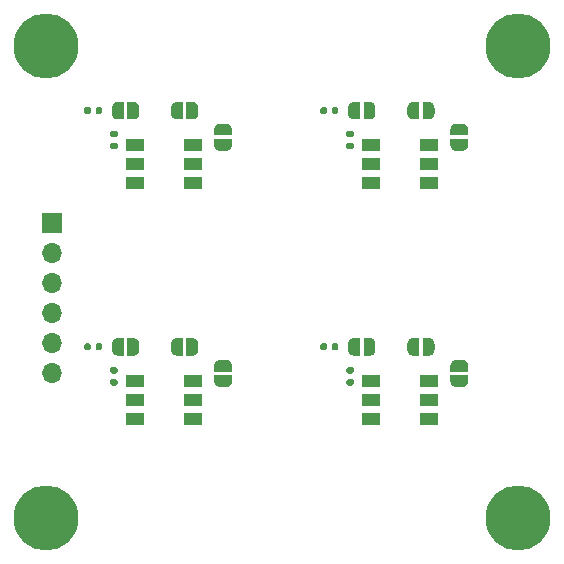
<source format=gts>
G04 #@! TF.GenerationSoftware,KiCad,Pcbnew,5.1.9+dfsg1-1~bpo10+1*
G04 #@! TF.CreationDate,2021-09-26T19:14:29+00:00*
G04 #@! TF.ProjectId,ws2813-breakout,77733238-3133-42d6-9272-65616b6f7574,rev?*
G04 #@! TF.SameCoordinates,Original*
G04 #@! TF.FileFunction,Soldermask,Top*
G04 #@! TF.FilePolarity,Negative*
%FSLAX46Y46*%
G04 Gerber Fmt 4.6, Leading zero omitted, Abs format (unit mm)*
G04 Created by KiCad (PCBNEW 5.1.9+dfsg1-1~bpo10+1) date 2021-09-26 19:14:29*
%MOMM*%
%LPD*%
G01*
G04 APERTURE LIST*
%ADD10R,1.500000X1.000000*%
%ADD11R,1.700000X1.700000*%
%ADD12O,1.700000X1.700000*%
%ADD13C,0.100000*%
%ADD14C,5.500000*%
G04 APERTURE END LIST*
G36*
G01*
X109200000Y-110670000D02*
X109200000Y-110330000D01*
G75*
G02*
X109340000Y-110190000I140000J0D01*
G01*
X109620000Y-110190000D01*
G75*
G02*
X109760000Y-110330000I0J-140000D01*
G01*
X109760000Y-110670000D01*
G75*
G02*
X109620000Y-110810000I-140000J0D01*
G01*
X109340000Y-110810000D01*
G75*
G02*
X109200000Y-110670000I0J140000D01*
G01*
G37*
G36*
G01*
X108240000Y-110670000D02*
X108240000Y-110330000D01*
G75*
G02*
X108380000Y-110190000I140000J0D01*
G01*
X108660000Y-110190000D01*
G75*
G02*
X108800000Y-110330000I0J-140000D01*
G01*
X108800000Y-110670000D01*
G75*
G02*
X108660000Y-110810000I-140000J0D01*
G01*
X108380000Y-110810000D01*
G75*
G02*
X108240000Y-110670000I0J140000D01*
G01*
G37*
G36*
G01*
X128240000Y-110670000D02*
X128240000Y-110330000D01*
G75*
G02*
X128380000Y-110190000I140000J0D01*
G01*
X128660000Y-110190000D01*
G75*
G02*
X128800000Y-110330000I0J-140000D01*
G01*
X128800000Y-110670000D01*
G75*
G02*
X128660000Y-110810000I-140000J0D01*
G01*
X128380000Y-110810000D01*
G75*
G02*
X128240000Y-110670000I0J140000D01*
G01*
G37*
G36*
G01*
X129200000Y-110670000D02*
X129200000Y-110330000D01*
G75*
G02*
X129340000Y-110190000I140000J0D01*
G01*
X129620000Y-110190000D01*
G75*
G02*
X129760000Y-110330000I0J-140000D01*
G01*
X129760000Y-110670000D01*
G75*
G02*
X129620000Y-110810000I-140000J0D01*
G01*
X129340000Y-110810000D01*
G75*
G02*
X129200000Y-110670000I0J140000D01*
G01*
G37*
G36*
G01*
X108240000Y-130670000D02*
X108240000Y-130330000D01*
G75*
G02*
X108380000Y-130190000I140000J0D01*
G01*
X108660000Y-130190000D01*
G75*
G02*
X108800000Y-130330000I0J-140000D01*
G01*
X108800000Y-130670000D01*
G75*
G02*
X108660000Y-130810000I-140000J0D01*
G01*
X108380000Y-130810000D01*
G75*
G02*
X108240000Y-130670000I0J140000D01*
G01*
G37*
G36*
G01*
X109200000Y-130670000D02*
X109200000Y-130330000D01*
G75*
G02*
X109340000Y-130190000I140000J0D01*
G01*
X109620000Y-130190000D01*
G75*
G02*
X109760000Y-130330000I0J-140000D01*
G01*
X109760000Y-130670000D01*
G75*
G02*
X109620000Y-130810000I-140000J0D01*
G01*
X109340000Y-130810000D01*
G75*
G02*
X109200000Y-130670000I0J140000D01*
G01*
G37*
G36*
G01*
X129200000Y-130670000D02*
X129200000Y-130330000D01*
G75*
G02*
X129340000Y-130190000I140000J0D01*
G01*
X129620000Y-130190000D01*
G75*
G02*
X129760000Y-130330000I0J-140000D01*
G01*
X129760000Y-130670000D01*
G75*
G02*
X129620000Y-130810000I-140000J0D01*
G01*
X129340000Y-130810000D01*
G75*
G02*
X129200000Y-130670000I0J140000D01*
G01*
G37*
G36*
G01*
X128240000Y-130670000D02*
X128240000Y-130330000D01*
G75*
G02*
X128380000Y-130190000I140000J0D01*
G01*
X128660000Y-130190000D01*
G75*
G02*
X128800000Y-130330000I0J-140000D01*
G01*
X128800000Y-130670000D01*
G75*
G02*
X128660000Y-130810000I-140000J0D01*
G01*
X128380000Y-130810000D01*
G75*
G02*
X128240000Y-130670000I0J140000D01*
G01*
G37*
D10*
X112550000Y-113400000D03*
X112550000Y-115000000D03*
X112550000Y-116600000D03*
X117450000Y-113400000D03*
X117450000Y-115000000D03*
X117450000Y-116600000D03*
X137450000Y-116600000D03*
X137450000Y-115000000D03*
X137450000Y-113400000D03*
X132550000Y-116600000D03*
X132550000Y-115000000D03*
X132550000Y-113400000D03*
X112550000Y-133400000D03*
X112550000Y-135000000D03*
X112550000Y-136600000D03*
X117450000Y-133400000D03*
X117450000Y-135000000D03*
X117450000Y-136600000D03*
X137450000Y-136600000D03*
X137450000Y-135000000D03*
X137450000Y-133400000D03*
X132550000Y-136600000D03*
X132550000Y-135000000D03*
X132550000Y-133400000D03*
D11*
X105500000Y-120000000D03*
D12*
X105500000Y-122540000D03*
X105500000Y-125080000D03*
X105500000Y-127620000D03*
X105500000Y-130160000D03*
X105500000Y-132700000D03*
D13*
G36*
X112400000Y-109750602D02*
G01*
X112424534Y-109750602D01*
X112473365Y-109755412D01*
X112521490Y-109764984D01*
X112568445Y-109779228D01*
X112613778Y-109798005D01*
X112657051Y-109821136D01*
X112697850Y-109848396D01*
X112735779Y-109879524D01*
X112770476Y-109914221D01*
X112801604Y-109952150D01*
X112828864Y-109992949D01*
X112851995Y-110036222D01*
X112870772Y-110081555D01*
X112885016Y-110128510D01*
X112894588Y-110176635D01*
X112899398Y-110225466D01*
X112899398Y-110250000D01*
X112900000Y-110250000D01*
X112900000Y-110750000D01*
X112899398Y-110750000D01*
X112899398Y-110774534D01*
X112894588Y-110823365D01*
X112885016Y-110871490D01*
X112870772Y-110918445D01*
X112851995Y-110963778D01*
X112828864Y-111007051D01*
X112801604Y-111047850D01*
X112770476Y-111085779D01*
X112735779Y-111120476D01*
X112697850Y-111151604D01*
X112657051Y-111178864D01*
X112613778Y-111201995D01*
X112568445Y-111220772D01*
X112521490Y-111235016D01*
X112473365Y-111244588D01*
X112424534Y-111249398D01*
X112400000Y-111249398D01*
X112400000Y-111250000D01*
X111900000Y-111250000D01*
X111900000Y-109750000D01*
X112400000Y-109750000D01*
X112400000Y-109750602D01*
G37*
G36*
X111600000Y-111250000D02*
G01*
X111100000Y-111250000D01*
X111100000Y-111249398D01*
X111075466Y-111249398D01*
X111026635Y-111244588D01*
X110978510Y-111235016D01*
X110931555Y-111220772D01*
X110886222Y-111201995D01*
X110842949Y-111178864D01*
X110802150Y-111151604D01*
X110764221Y-111120476D01*
X110729524Y-111085779D01*
X110698396Y-111047850D01*
X110671136Y-111007051D01*
X110648005Y-110963778D01*
X110629228Y-110918445D01*
X110614984Y-110871490D01*
X110605412Y-110823365D01*
X110600602Y-110774534D01*
X110600602Y-110750000D01*
X110600000Y-110750000D01*
X110600000Y-110250000D01*
X110600602Y-110250000D01*
X110600602Y-110225466D01*
X110605412Y-110176635D01*
X110614984Y-110128510D01*
X110629228Y-110081555D01*
X110648005Y-110036222D01*
X110671136Y-109992949D01*
X110698396Y-109952150D01*
X110729524Y-109914221D01*
X110764221Y-109879524D01*
X110802150Y-109848396D01*
X110842949Y-109821136D01*
X110886222Y-109798005D01*
X110931555Y-109779228D01*
X110978510Y-109764984D01*
X111026635Y-109755412D01*
X111075466Y-109750602D01*
X111100000Y-109750602D01*
X111100000Y-109750000D01*
X111600000Y-109750000D01*
X111600000Y-111250000D01*
G37*
G36*
X131600000Y-111250000D02*
G01*
X131100000Y-111250000D01*
X131100000Y-111249398D01*
X131075466Y-111249398D01*
X131026635Y-111244588D01*
X130978510Y-111235016D01*
X130931555Y-111220772D01*
X130886222Y-111201995D01*
X130842949Y-111178864D01*
X130802150Y-111151604D01*
X130764221Y-111120476D01*
X130729524Y-111085779D01*
X130698396Y-111047850D01*
X130671136Y-111007051D01*
X130648005Y-110963778D01*
X130629228Y-110918445D01*
X130614984Y-110871490D01*
X130605412Y-110823365D01*
X130600602Y-110774534D01*
X130600602Y-110750000D01*
X130600000Y-110750000D01*
X130600000Y-110250000D01*
X130600602Y-110250000D01*
X130600602Y-110225466D01*
X130605412Y-110176635D01*
X130614984Y-110128510D01*
X130629228Y-110081555D01*
X130648005Y-110036222D01*
X130671136Y-109992949D01*
X130698396Y-109952150D01*
X130729524Y-109914221D01*
X130764221Y-109879524D01*
X130802150Y-109848396D01*
X130842949Y-109821136D01*
X130886222Y-109798005D01*
X130931555Y-109779228D01*
X130978510Y-109764984D01*
X131026635Y-109755412D01*
X131075466Y-109750602D01*
X131100000Y-109750602D01*
X131100000Y-109750000D01*
X131600000Y-109750000D01*
X131600000Y-111250000D01*
G37*
G36*
X132400000Y-109750602D02*
G01*
X132424534Y-109750602D01*
X132473365Y-109755412D01*
X132521490Y-109764984D01*
X132568445Y-109779228D01*
X132613778Y-109798005D01*
X132657051Y-109821136D01*
X132697850Y-109848396D01*
X132735779Y-109879524D01*
X132770476Y-109914221D01*
X132801604Y-109952150D01*
X132828864Y-109992949D01*
X132851995Y-110036222D01*
X132870772Y-110081555D01*
X132885016Y-110128510D01*
X132894588Y-110176635D01*
X132899398Y-110225466D01*
X132899398Y-110250000D01*
X132900000Y-110250000D01*
X132900000Y-110750000D01*
X132899398Y-110750000D01*
X132899398Y-110774534D01*
X132894588Y-110823365D01*
X132885016Y-110871490D01*
X132870772Y-110918445D01*
X132851995Y-110963778D01*
X132828864Y-111007051D01*
X132801604Y-111047850D01*
X132770476Y-111085779D01*
X132735779Y-111120476D01*
X132697850Y-111151604D01*
X132657051Y-111178864D01*
X132613778Y-111201995D01*
X132568445Y-111220772D01*
X132521490Y-111235016D01*
X132473365Y-111244588D01*
X132424534Y-111249398D01*
X132400000Y-111249398D01*
X132400000Y-111250000D01*
X131900000Y-111250000D01*
X131900000Y-109750000D01*
X132400000Y-109750000D01*
X132400000Y-109750602D01*
G37*
G36*
X112400000Y-129750602D02*
G01*
X112424534Y-129750602D01*
X112473365Y-129755412D01*
X112521490Y-129764984D01*
X112568445Y-129779228D01*
X112613778Y-129798005D01*
X112657051Y-129821136D01*
X112697850Y-129848396D01*
X112735779Y-129879524D01*
X112770476Y-129914221D01*
X112801604Y-129952150D01*
X112828864Y-129992949D01*
X112851995Y-130036222D01*
X112870772Y-130081555D01*
X112885016Y-130128510D01*
X112894588Y-130176635D01*
X112899398Y-130225466D01*
X112899398Y-130250000D01*
X112900000Y-130250000D01*
X112900000Y-130750000D01*
X112899398Y-130750000D01*
X112899398Y-130774534D01*
X112894588Y-130823365D01*
X112885016Y-130871490D01*
X112870772Y-130918445D01*
X112851995Y-130963778D01*
X112828864Y-131007051D01*
X112801604Y-131047850D01*
X112770476Y-131085779D01*
X112735779Y-131120476D01*
X112697850Y-131151604D01*
X112657051Y-131178864D01*
X112613778Y-131201995D01*
X112568445Y-131220772D01*
X112521490Y-131235016D01*
X112473365Y-131244588D01*
X112424534Y-131249398D01*
X112400000Y-131249398D01*
X112400000Y-131250000D01*
X111900000Y-131250000D01*
X111900000Y-129750000D01*
X112400000Y-129750000D01*
X112400000Y-129750602D01*
G37*
G36*
X111600000Y-131250000D02*
G01*
X111100000Y-131250000D01*
X111100000Y-131249398D01*
X111075466Y-131249398D01*
X111026635Y-131244588D01*
X110978510Y-131235016D01*
X110931555Y-131220772D01*
X110886222Y-131201995D01*
X110842949Y-131178864D01*
X110802150Y-131151604D01*
X110764221Y-131120476D01*
X110729524Y-131085779D01*
X110698396Y-131047850D01*
X110671136Y-131007051D01*
X110648005Y-130963778D01*
X110629228Y-130918445D01*
X110614984Y-130871490D01*
X110605412Y-130823365D01*
X110600602Y-130774534D01*
X110600602Y-130750000D01*
X110600000Y-130750000D01*
X110600000Y-130250000D01*
X110600602Y-130250000D01*
X110600602Y-130225466D01*
X110605412Y-130176635D01*
X110614984Y-130128510D01*
X110629228Y-130081555D01*
X110648005Y-130036222D01*
X110671136Y-129992949D01*
X110698396Y-129952150D01*
X110729524Y-129914221D01*
X110764221Y-129879524D01*
X110802150Y-129848396D01*
X110842949Y-129821136D01*
X110886222Y-129798005D01*
X110931555Y-129779228D01*
X110978510Y-129764984D01*
X111026635Y-129755412D01*
X111075466Y-129750602D01*
X111100000Y-129750602D01*
X111100000Y-129750000D01*
X111600000Y-129750000D01*
X111600000Y-131250000D01*
G37*
G36*
X131600000Y-131250000D02*
G01*
X131100000Y-131250000D01*
X131100000Y-131249398D01*
X131075466Y-131249398D01*
X131026635Y-131244588D01*
X130978510Y-131235016D01*
X130931555Y-131220772D01*
X130886222Y-131201995D01*
X130842949Y-131178864D01*
X130802150Y-131151604D01*
X130764221Y-131120476D01*
X130729524Y-131085779D01*
X130698396Y-131047850D01*
X130671136Y-131007051D01*
X130648005Y-130963778D01*
X130629228Y-130918445D01*
X130614984Y-130871490D01*
X130605412Y-130823365D01*
X130600602Y-130774534D01*
X130600602Y-130750000D01*
X130600000Y-130750000D01*
X130600000Y-130250000D01*
X130600602Y-130250000D01*
X130600602Y-130225466D01*
X130605412Y-130176635D01*
X130614984Y-130128510D01*
X130629228Y-130081555D01*
X130648005Y-130036222D01*
X130671136Y-129992949D01*
X130698396Y-129952150D01*
X130729524Y-129914221D01*
X130764221Y-129879524D01*
X130802150Y-129848396D01*
X130842949Y-129821136D01*
X130886222Y-129798005D01*
X130931555Y-129779228D01*
X130978510Y-129764984D01*
X131026635Y-129755412D01*
X131075466Y-129750602D01*
X131100000Y-129750602D01*
X131100000Y-129750000D01*
X131600000Y-129750000D01*
X131600000Y-131250000D01*
G37*
G36*
X132400000Y-129750602D02*
G01*
X132424534Y-129750602D01*
X132473365Y-129755412D01*
X132521490Y-129764984D01*
X132568445Y-129779228D01*
X132613778Y-129798005D01*
X132657051Y-129821136D01*
X132697850Y-129848396D01*
X132735779Y-129879524D01*
X132770476Y-129914221D01*
X132801604Y-129952150D01*
X132828864Y-129992949D01*
X132851995Y-130036222D01*
X132870772Y-130081555D01*
X132885016Y-130128510D01*
X132894588Y-130176635D01*
X132899398Y-130225466D01*
X132899398Y-130250000D01*
X132900000Y-130250000D01*
X132900000Y-130750000D01*
X132899398Y-130750000D01*
X132899398Y-130774534D01*
X132894588Y-130823365D01*
X132885016Y-130871490D01*
X132870772Y-130918445D01*
X132851995Y-130963778D01*
X132828864Y-131007051D01*
X132801604Y-131047850D01*
X132770476Y-131085779D01*
X132735779Y-131120476D01*
X132697850Y-131151604D01*
X132657051Y-131178864D01*
X132613778Y-131201995D01*
X132568445Y-131220772D01*
X132521490Y-131235016D01*
X132473365Y-131244588D01*
X132424534Y-131249398D01*
X132400000Y-131249398D01*
X132400000Y-131250000D01*
X131900000Y-131250000D01*
X131900000Y-129750000D01*
X132400000Y-129750000D01*
X132400000Y-129750602D01*
G37*
G36*
X117400000Y-109750602D02*
G01*
X117424534Y-109750602D01*
X117473365Y-109755412D01*
X117521490Y-109764984D01*
X117568445Y-109779228D01*
X117613778Y-109798005D01*
X117657051Y-109821136D01*
X117697850Y-109848396D01*
X117735779Y-109879524D01*
X117770476Y-109914221D01*
X117801604Y-109952150D01*
X117828864Y-109992949D01*
X117851995Y-110036222D01*
X117870772Y-110081555D01*
X117885016Y-110128510D01*
X117894588Y-110176635D01*
X117899398Y-110225466D01*
X117899398Y-110250000D01*
X117900000Y-110250000D01*
X117900000Y-110750000D01*
X117899398Y-110750000D01*
X117899398Y-110774534D01*
X117894588Y-110823365D01*
X117885016Y-110871490D01*
X117870772Y-110918445D01*
X117851995Y-110963778D01*
X117828864Y-111007051D01*
X117801604Y-111047850D01*
X117770476Y-111085779D01*
X117735779Y-111120476D01*
X117697850Y-111151604D01*
X117657051Y-111178864D01*
X117613778Y-111201995D01*
X117568445Y-111220772D01*
X117521490Y-111235016D01*
X117473365Y-111244588D01*
X117424534Y-111249398D01*
X117400000Y-111249398D01*
X117400000Y-111250000D01*
X116900000Y-111250000D01*
X116900000Y-109750000D01*
X117400000Y-109750000D01*
X117400000Y-109750602D01*
G37*
G36*
X116600000Y-111250000D02*
G01*
X116100000Y-111250000D01*
X116100000Y-111249398D01*
X116075466Y-111249398D01*
X116026635Y-111244588D01*
X115978510Y-111235016D01*
X115931555Y-111220772D01*
X115886222Y-111201995D01*
X115842949Y-111178864D01*
X115802150Y-111151604D01*
X115764221Y-111120476D01*
X115729524Y-111085779D01*
X115698396Y-111047850D01*
X115671136Y-111007051D01*
X115648005Y-110963778D01*
X115629228Y-110918445D01*
X115614984Y-110871490D01*
X115605412Y-110823365D01*
X115600602Y-110774534D01*
X115600602Y-110750000D01*
X115600000Y-110750000D01*
X115600000Y-110250000D01*
X115600602Y-110250000D01*
X115600602Y-110225466D01*
X115605412Y-110176635D01*
X115614984Y-110128510D01*
X115629228Y-110081555D01*
X115648005Y-110036222D01*
X115671136Y-109992949D01*
X115698396Y-109952150D01*
X115729524Y-109914221D01*
X115764221Y-109879524D01*
X115802150Y-109848396D01*
X115842949Y-109821136D01*
X115886222Y-109798005D01*
X115931555Y-109779228D01*
X115978510Y-109764984D01*
X116026635Y-109755412D01*
X116075466Y-109750602D01*
X116100000Y-109750602D01*
X116100000Y-109750000D01*
X116600000Y-109750000D01*
X116600000Y-111250000D01*
G37*
G36*
X136600000Y-111250000D02*
G01*
X136100000Y-111250000D01*
X136100000Y-111249398D01*
X136075466Y-111249398D01*
X136026635Y-111244588D01*
X135978510Y-111235016D01*
X135931555Y-111220772D01*
X135886222Y-111201995D01*
X135842949Y-111178864D01*
X135802150Y-111151604D01*
X135764221Y-111120476D01*
X135729524Y-111085779D01*
X135698396Y-111047850D01*
X135671136Y-111007051D01*
X135648005Y-110963778D01*
X135629228Y-110918445D01*
X135614984Y-110871490D01*
X135605412Y-110823365D01*
X135600602Y-110774534D01*
X135600602Y-110750000D01*
X135600000Y-110750000D01*
X135600000Y-110250000D01*
X135600602Y-110250000D01*
X135600602Y-110225466D01*
X135605412Y-110176635D01*
X135614984Y-110128510D01*
X135629228Y-110081555D01*
X135648005Y-110036222D01*
X135671136Y-109992949D01*
X135698396Y-109952150D01*
X135729524Y-109914221D01*
X135764221Y-109879524D01*
X135802150Y-109848396D01*
X135842949Y-109821136D01*
X135886222Y-109798005D01*
X135931555Y-109779228D01*
X135978510Y-109764984D01*
X136026635Y-109755412D01*
X136075466Y-109750602D01*
X136100000Y-109750602D01*
X136100000Y-109750000D01*
X136600000Y-109750000D01*
X136600000Y-111250000D01*
G37*
G36*
X137400000Y-109750602D02*
G01*
X137424534Y-109750602D01*
X137473365Y-109755412D01*
X137521490Y-109764984D01*
X137568445Y-109779228D01*
X137613778Y-109798005D01*
X137657051Y-109821136D01*
X137697850Y-109848396D01*
X137735779Y-109879524D01*
X137770476Y-109914221D01*
X137801604Y-109952150D01*
X137828864Y-109992949D01*
X137851995Y-110036222D01*
X137870772Y-110081555D01*
X137885016Y-110128510D01*
X137894588Y-110176635D01*
X137899398Y-110225466D01*
X137899398Y-110250000D01*
X137900000Y-110250000D01*
X137900000Y-110750000D01*
X137899398Y-110750000D01*
X137899398Y-110774534D01*
X137894588Y-110823365D01*
X137885016Y-110871490D01*
X137870772Y-110918445D01*
X137851995Y-110963778D01*
X137828864Y-111007051D01*
X137801604Y-111047850D01*
X137770476Y-111085779D01*
X137735779Y-111120476D01*
X137697850Y-111151604D01*
X137657051Y-111178864D01*
X137613778Y-111201995D01*
X137568445Y-111220772D01*
X137521490Y-111235016D01*
X137473365Y-111244588D01*
X137424534Y-111249398D01*
X137400000Y-111249398D01*
X137400000Y-111250000D01*
X136900000Y-111250000D01*
X136900000Y-109750000D01*
X137400000Y-109750000D01*
X137400000Y-109750602D01*
G37*
G36*
X117400000Y-129750602D02*
G01*
X117424534Y-129750602D01*
X117473365Y-129755412D01*
X117521490Y-129764984D01*
X117568445Y-129779228D01*
X117613778Y-129798005D01*
X117657051Y-129821136D01*
X117697850Y-129848396D01*
X117735779Y-129879524D01*
X117770476Y-129914221D01*
X117801604Y-129952150D01*
X117828864Y-129992949D01*
X117851995Y-130036222D01*
X117870772Y-130081555D01*
X117885016Y-130128510D01*
X117894588Y-130176635D01*
X117899398Y-130225466D01*
X117899398Y-130250000D01*
X117900000Y-130250000D01*
X117900000Y-130750000D01*
X117899398Y-130750000D01*
X117899398Y-130774534D01*
X117894588Y-130823365D01*
X117885016Y-130871490D01*
X117870772Y-130918445D01*
X117851995Y-130963778D01*
X117828864Y-131007051D01*
X117801604Y-131047850D01*
X117770476Y-131085779D01*
X117735779Y-131120476D01*
X117697850Y-131151604D01*
X117657051Y-131178864D01*
X117613778Y-131201995D01*
X117568445Y-131220772D01*
X117521490Y-131235016D01*
X117473365Y-131244588D01*
X117424534Y-131249398D01*
X117400000Y-131249398D01*
X117400000Y-131250000D01*
X116900000Y-131250000D01*
X116900000Y-129750000D01*
X117400000Y-129750000D01*
X117400000Y-129750602D01*
G37*
G36*
X116600000Y-131250000D02*
G01*
X116100000Y-131250000D01*
X116100000Y-131249398D01*
X116075466Y-131249398D01*
X116026635Y-131244588D01*
X115978510Y-131235016D01*
X115931555Y-131220772D01*
X115886222Y-131201995D01*
X115842949Y-131178864D01*
X115802150Y-131151604D01*
X115764221Y-131120476D01*
X115729524Y-131085779D01*
X115698396Y-131047850D01*
X115671136Y-131007051D01*
X115648005Y-130963778D01*
X115629228Y-130918445D01*
X115614984Y-130871490D01*
X115605412Y-130823365D01*
X115600602Y-130774534D01*
X115600602Y-130750000D01*
X115600000Y-130750000D01*
X115600000Y-130250000D01*
X115600602Y-130250000D01*
X115600602Y-130225466D01*
X115605412Y-130176635D01*
X115614984Y-130128510D01*
X115629228Y-130081555D01*
X115648005Y-130036222D01*
X115671136Y-129992949D01*
X115698396Y-129952150D01*
X115729524Y-129914221D01*
X115764221Y-129879524D01*
X115802150Y-129848396D01*
X115842949Y-129821136D01*
X115886222Y-129798005D01*
X115931555Y-129779228D01*
X115978510Y-129764984D01*
X116026635Y-129755412D01*
X116075466Y-129750602D01*
X116100000Y-129750602D01*
X116100000Y-129750000D01*
X116600000Y-129750000D01*
X116600000Y-131250000D01*
G37*
G36*
X136600000Y-131250000D02*
G01*
X136100000Y-131250000D01*
X136100000Y-131249398D01*
X136075466Y-131249398D01*
X136026635Y-131244588D01*
X135978510Y-131235016D01*
X135931555Y-131220772D01*
X135886222Y-131201995D01*
X135842949Y-131178864D01*
X135802150Y-131151604D01*
X135764221Y-131120476D01*
X135729524Y-131085779D01*
X135698396Y-131047850D01*
X135671136Y-131007051D01*
X135648005Y-130963778D01*
X135629228Y-130918445D01*
X135614984Y-130871490D01*
X135605412Y-130823365D01*
X135600602Y-130774534D01*
X135600602Y-130750000D01*
X135600000Y-130750000D01*
X135600000Y-130250000D01*
X135600602Y-130250000D01*
X135600602Y-130225466D01*
X135605412Y-130176635D01*
X135614984Y-130128510D01*
X135629228Y-130081555D01*
X135648005Y-130036222D01*
X135671136Y-129992949D01*
X135698396Y-129952150D01*
X135729524Y-129914221D01*
X135764221Y-129879524D01*
X135802150Y-129848396D01*
X135842949Y-129821136D01*
X135886222Y-129798005D01*
X135931555Y-129779228D01*
X135978510Y-129764984D01*
X136026635Y-129755412D01*
X136075466Y-129750602D01*
X136100000Y-129750602D01*
X136100000Y-129750000D01*
X136600000Y-129750000D01*
X136600000Y-131250000D01*
G37*
G36*
X137400000Y-129750602D02*
G01*
X137424534Y-129750602D01*
X137473365Y-129755412D01*
X137521490Y-129764984D01*
X137568445Y-129779228D01*
X137613778Y-129798005D01*
X137657051Y-129821136D01*
X137697850Y-129848396D01*
X137735779Y-129879524D01*
X137770476Y-129914221D01*
X137801604Y-129952150D01*
X137828864Y-129992949D01*
X137851995Y-130036222D01*
X137870772Y-130081555D01*
X137885016Y-130128510D01*
X137894588Y-130176635D01*
X137899398Y-130225466D01*
X137899398Y-130250000D01*
X137900000Y-130250000D01*
X137900000Y-130750000D01*
X137899398Y-130750000D01*
X137899398Y-130774534D01*
X137894588Y-130823365D01*
X137885016Y-130871490D01*
X137870772Y-130918445D01*
X137851995Y-130963778D01*
X137828864Y-131007051D01*
X137801604Y-131047850D01*
X137770476Y-131085779D01*
X137735779Y-131120476D01*
X137697850Y-131151604D01*
X137657051Y-131178864D01*
X137613778Y-131201995D01*
X137568445Y-131220772D01*
X137521490Y-131235016D01*
X137473365Y-131244588D01*
X137424534Y-131249398D01*
X137400000Y-131249398D01*
X137400000Y-131250000D01*
X136900000Y-131250000D01*
X136900000Y-129750000D01*
X137400000Y-129750000D01*
X137400000Y-129750602D01*
G37*
G36*
X120749398Y-113400000D02*
G01*
X120749398Y-113424534D01*
X120744588Y-113473365D01*
X120735016Y-113521490D01*
X120720772Y-113568445D01*
X120701995Y-113613778D01*
X120678864Y-113657051D01*
X120651604Y-113697850D01*
X120620476Y-113735779D01*
X120585779Y-113770476D01*
X120547850Y-113801604D01*
X120507051Y-113828864D01*
X120463778Y-113851995D01*
X120418445Y-113870772D01*
X120371490Y-113885016D01*
X120323365Y-113894588D01*
X120274534Y-113899398D01*
X120250000Y-113899398D01*
X120250000Y-113900000D01*
X119750000Y-113900000D01*
X119750000Y-113899398D01*
X119725466Y-113899398D01*
X119676635Y-113894588D01*
X119628510Y-113885016D01*
X119581555Y-113870772D01*
X119536222Y-113851995D01*
X119492949Y-113828864D01*
X119452150Y-113801604D01*
X119414221Y-113770476D01*
X119379524Y-113735779D01*
X119348396Y-113697850D01*
X119321136Y-113657051D01*
X119298005Y-113613778D01*
X119279228Y-113568445D01*
X119264984Y-113521490D01*
X119255412Y-113473365D01*
X119250602Y-113424534D01*
X119250602Y-113400000D01*
X119250000Y-113400000D01*
X119250000Y-112900000D01*
X120750000Y-112900000D01*
X120750000Y-113400000D01*
X120749398Y-113400000D01*
G37*
G36*
X119250000Y-112600000D02*
G01*
X119250000Y-112100000D01*
X119250602Y-112100000D01*
X119250602Y-112075466D01*
X119255412Y-112026635D01*
X119264984Y-111978510D01*
X119279228Y-111931555D01*
X119298005Y-111886222D01*
X119321136Y-111842949D01*
X119348396Y-111802150D01*
X119379524Y-111764221D01*
X119414221Y-111729524D01*
X119452150Y-111698396D01*
X119492949Y-111671136D01*
X119536222Y-111648005D01*
X119581555Y-111629228D01*
X119628510Y-111614984D01*
X119676635Y-111605412D01*
X119725466Y-111600602D01*
X119750000Y-111600602D01*
X119750000Y-111600000D01*
X120250000Y-111600000D01*
X120250000Y-111600602D01*
X120274534Y-111600602D01*
X120323365Y-111605412D01*
X120371490Y-111614984D01*
X120418445Y-111629228D01*
X120463778Y-111648005D01*
X120507051Y-111671136D01*
X120547850Y-111698396D01*
X120585779Y-111729524D01*
X120620476Y-111764221D01*
X120651604Y-111802150D01*
X120678864Y-111842949D01*
X120701995Y-111886222D01*
X120720772Y-111931555D01*
X120735016Y-111978510D01*
X120744588Y-112026635D01*
X120749398Y-112075466D01*
X120749398Y-112100000D01*
X120750000Y-112100000D01*
X120750000Y-112600000D01*
X119250000Y-112600000D01*
G37*
G36*
X139250000Y-112600000D02*
G01*
X139250000Y-112100000D01*
X139250602Y-112100000D01*
X139250602Y-112075466D01*
X139255412Y-112026635D01*
X139264984Y-111978510D01*
X139279228Y-111931555D01*
X139298005Y-111886222D01*
X139321136Y-111842949D01*
X139348396Y-111802150D01*
X139379524Y-111764221D01*
X139414221Y-111729524D01*
X139452150Y-111698396D01*
X139492949Y-111671136D01*
X139536222Y-111648005D01*
X139581555Y-111629228D01*
X139628510Y-111614984D01*
X139676635Y-111605412D01*
X139725466Y-111600602D01*
X139750000Y-111600602D01*
X139750000Y-111600000D01*
X140250000Y-111600000D01*
X140250000Y-111600602D01*
X140274534Y-111600602D01*
X140323365Y-111605412D01*
X140371490Y-111614984D01*
X140418445Y-111629228D01*
X140463778Y-111648005D01*
X140507051Y-111671136D01*
X140547850Y-111698396D01*
X140585779Y-111729524D01*
X140620476Y-111764221D01*
X140651604Y-111802150D01*
X140678864Y-111842949D01*
X140701995Y-111886222D01*
X140720772Y-111931555D01*
X140735016Y-111978510D01*
X140744588Y-112026635D01*
X140749398Y-112075466D01*
X140749398Y-112100000D01*
X140750000Y-112100000D01*
X140750000Y-112600000D01*
X139250000Y-112600000D01*
G37*
G36*
X140749398Y-113400000D02*
G01*
X140749398Y-113424534D01*
X140744588Y-113473365D01*
X140735016Y-113521490D01*
X140720772Y-113568445D01*
X140701995Y-113613778D01*
X140678864Y-113657051D01*
X140651604Y-113697850D01*
X140620476Y-113735779D01*
X140585779Y-113770476D01*
X140547850Y-113801604D01*
X140507051Y-113828864D01*
X140463778Y-113851995D01*
X140418445Y-113870772D01*
X140371490Y-113885016D01*
X140323365Y-113894588D01*
X140274534Y-113899398D01*
X140250000Y-113899398D01*
X140250000Y-113900000D01*
X139750000Y-113900000D01*
X139750000Y-113899398D01*
X139725466Y-113899398D01*
X139676635Y-113894588D01*
X139628510Y-113885016D01*
X139581555Y-113870772D01*
X139536222Y-113851995D01*
X139492949Y-113828864D01*
X139452150Y-113801604D01*
X139414221Y-113770476D01*
X139379524Y-113735779D01*
X139348396Y-113697850D01*
X139321136Y-113657051D01*
X139298005Y-113613778D01*
X139279228Y-113568445D01*
X139264984Y-113521490D01*
X139255412Y-113473365D01*
X139250602Y-113424534D01*
X139250602Y-113400000D01*
X139250000Y-113400000D01*
X139250000Y-112900000D01*
X140750000Y-112900000D01*
X140750000Y-113400000D01*
X140749398Y-113400000D01*
G37*
G36*
X120749398Y-133400000D02*
G01*
X120749398Y-133424534D01*
X120744588Y-133473365D01*
X120735016Y-133521490D01*
X120720772Y-133568445D01*
X120701995Y-133613778D01*
X120678864Y-133657051D01*
X120651604Y-133697850D01*
X120620476Y-133735779D01*
X120585779Y-133770476D01*
X120547850Y-133801604D01*
X120507051Y-133828864D01*
X120463778Y-133851995D01*
X120418445Y-133870772D01*
X120371490Y-133885016D01*
X120323365Y-133894588D01*
X120274534Y-133899398D01*
X120250000Y-133899398D01*
X120250000Y-133900000D01*
X119750000Y-133900000D01*
X119750000Y-133899398D01*
X119725466Y-133899398D01*
X119676635Y-133894588D01*
X119628510Y-133885016D01*
X119581555Y-133870772D01*
X119536222Y-133851995D01*
X119492949Y-133828864D01*
X119452150Y-133801604D01*
X119414221Y-133770476D01*
X119379524Y-133735779D01*
X119348396Y-133697850D01*
X119321136Y-133657051D01*
X119298005Y-133613778D01*
X119279228Y-133568445D01*
X119264984Y-133521490D01*
X119255412Y-133473365D01*
X119250602Y-133424534D01*
X119250602Y-133400000D01*
X119250000Y-133400000D01*
X119250000Y-132900000D01*
X120750000Y-132900000D01*
X120750000Y-133400000D01*
X120749398Y-133400000D01*
G37*
G36*
X119250000Y-132600000D02*
G01*
X119250000Y-132100000D01*
X119250602Y-132100000D01*
X119250602Y-132075466D01*
X119255412Y-132026635D01*
X119264984Y-131978510D01*
X119279228Y-131931555D01*
X119298005Y-131886222D01*
X119321136Y-131842949D01*
X119348396Y-131802150D01*
X119379524Y-131764221D01*
X119414221Y-131729524D01*
X119452150Y-131698396D01*
X119492949Y-131671136D01*
X119536222Y-131648005D01*
X119581555Y-131629228D01*
X119628510Y-131614984D01*
X119676635Y-131605412D01*
X119725466Y-131600602D01*
X119750000Y-131600602D01*
X119750000Y-131600000D01*
X120250000Y-131600000D01*
X120250000Y-131600602D01*
X120274534Y-131600602D01*
X120323365Y-131605412D01*
X120371490Y-131614984D01*
X120418445Y-131629228D01*
X120463778Y-131648005D01*
X120507051Y-131671136D01*
X120547850Y-131698396D01*
X120585779Y-131729524D01*
X120620476Y-131764221D01*
X120651604Y-131802150D01*
X120678864Y-131842949D01*
X120701995Y-131886222D01*
X120720772Y-131931555D01*
X120735016Y-131978510D01*
X120744588Y-132026635D01*
X120749398Y-132075466D01*
X120749398Y-132100000D01*
X120750000Y-132100000D01*
X120750000Y-132600000D01*
X119250000Y-132600000D01*
G37*
G36*
X139250000Y-132600000D02*
G01*
X139250000Y-132100000D01*
X139250602Y-132100000D01*
X139250602Y-132075466D01*
X139255412Y-132026635D01*
X139264984Y-131978510D01*
X139279228Y-131931555D01*
X139298005Y-131886222D01*
X139321136Y-131842949D01*
X139348396Y-131802150D01*
X139379524Y-131764221D01*
X139414221Y-131729524D01*
X139452150Y-131698396D01*
X139492949Y-131671136D01*
X139536222Y-131648005D01*
X139581555Y-131629228D01*
X139628510Y-131614984D01*
X139676635Y-131605412D01*
X139725466Y-131600602D01*
X139750000Y-131600602D01*
X139750000Y-131600000D01*
X140250000Y-131600000D01*
X140250000Y-131600602D01*
X140274534Y-131600602D01*
X140323365Y-131605412D01*
X140371490Y-131614984D01*
X140418445Y-131629228D01*
X140463778Y-131648005D01*
X140507051Y-131671136D01*
X140547850Y-131698396D01*
X140585779Y-131729524D01*
X140620476Y-131764221D01*
X140651604Y-131802150D01*
X140678864Y-131842949D01*
X140701995Y-131886222D01*
X140720772Y-131931555D01*
X140735016Y-131978510D01*
X140744588Y-132026635D01*
X140749398Y-132075466D01*
X140749398Y-132100000D01*
X140750000Y-132100000D01*
X140750000Y-132600000D01*
X139250000Y-132600000D01*
G37*
G36*
X140749398Y-133400000D02*
G01*
X140749398Y-133424534D01*
X140744588Y-133473365D01*
X140735016Y-133521490D01*
X140720772Y-133568445D01*
X140701995Y-133613778D01*
X140678864Y-133657051D01*
X140651604Y-133697850D01*
X140620476Y-133735779D01*
X140585779Y-133770476D01*
X140547850Y-133801604D01*
X140507051Y-133828864D01*
X140463778Y-133851995D01*
X140418445Y-133870772D01*
X140371490Y-133885016D01*
X140323365Y-133894588D01*
X140274534Y-133899398D01*
X140250000Y-133899398D01*
X140250000Y-133900000D01*
X139750000Y-133900000D01*
X139750000Y-133899398D01*
X139725466Y-133899398D01*
X139676635Y-133894588D01*
X139628510Y-133885016D01*
X139581555Y-133870772D01*
X139536222Y-133851995D01*
X139492949Y-133828864D01*
X139452150Y-133801604D01*
X139414221Y-133770476D01*
X139379524Y-133735779D01*
X139348396Y-133697850D01*
X139321136Y-133657051D01*
X139298005Y-133613778D01*
X139279228Y-133568445D01*
X139264984Y-133521490D01*
X139255412Y-133473365D01*
X139250602Y-133424534D01*
X139250602Y-133400000D01*
X139250000Y-133400000D01*
X139250000Y-132900000D01*
X140750000Y-132900000D01*
X140750000Y-133400000D01*
X140749398Y-133400000D01*
G37*
G36*
G01*
X110935000Y-112760000D02*
X110565000Y-112760000D01*
G75*
G02*
X110430000Y-112625000I0J135000D01*
G01*
X110430000Y-112355000D01*
G75*
G02*
X110565000Y-112220000I135000J0D01*
G01*
X110935000Y-112220000D01*
G75*
G02*
X111070000Y-112355000I0J-135000D01*
G01*
X111070000Y-112625000D01*
G75*
G02*
X110935000Y-112760000I-135000J0D01*
G01*
G37*
G36*
G01*
X110935000Y-113780000D02*
X110565000Y-113780000D01*
G75*
G02*
X110430000Y-113645000I0J135000D01*
G01*
X110430000Y-113375000D01*
G75*
G02*
X110565000Y-113240000I135000J0D01*
G01*
X110935000Y-113240000D01*
G75*
G02*
X111070000Y-113375000I0J-135000D01*
G01*
X111070000Y-113645000D01*
G75*
G02*
X110935000Y-113780000I-135000J0D01*
G01*
G37*
G36*
G01*
X130935000Y-112760000D02*
X130565000Y-112760000D01*
G75*
G02*
X130430000Y-112625000I0J135000D01*
G01*
X130430000Y-112355000D01*
G75*
G02*
X130565000Y-112220000I135000J0D01*
G01*
X130935000Y-112220000D01*
G75*
G02*
X131070000Y-112355000I0J-135000D01*
G01*
X131070000Y-112625000D01*
G75*
G02*
X130935000Y-112760000I-135000J0D01*
G01*
G37*
G36*
G01*
X130935000Y-113780000D02*
X130565000Y-113780000D01*
G75*
G02*
X130430000Y-113645000I0J135000D01*
G01*
X130430000Y-113375000D01*
G75*
G02*
X130565000Y-113240000I135000J0D01*
G01*
X130935000Y-113240000D01*
G75*
G02*
X131070000Y-113375000I0J-135000D01*
G01*
X131070000Y-113645000D01*
G75*
G02*
X130935000Y-113780000I-135000J0D01*
G01*
G37*
G36*
G01*
X110935000Y-133780000D02*
X110565000Y-133780000D01*
G75*
G02*
X110430000Y-133645000I0J135000D01*
G01*
X110430000Y-133375000D01*
G75*
G02*
X110565000Y-133240000I135000J0D01*
G01*
X110935000Y-133240000D01*
G75*
G02*
X111070000Y-133375000I0J-135000D01*
G01*
X111070000Y-133645000D01*
G75*
G02*
X110935000Y-133780000I-135000J0D01*
G01*
G37*
G36*
G01*
X110935000Y-132760000D02*
X110565000Y-132760000D01*
G75*
G02*
X110430000Y-132625000I0J135000D01*
G01*
X110430000Y-132355000D01*
G75*
G02*
X110565000Y-132220000I135000J0D01*
G01*
X110935000Y-132220000D01*
G75*
G02*
X111070000Y-132355000I0J-135000D01*
G01*
X111070000Y-132625000D01*
G75*
G02*
X110935000Y-132760000I-135000J0D01*
G01*
G37*
G36*
G01*
X130935000Y-133780000D02*
X130565000Y-133780000D01*
G75*
G02*
X130430000Y-133645000I0J135000D01*
G01*
X130430000Y-133375000D01*
G75*
G02*
X130565000Y-133240000I135000J0D01*
G01*
X130935000Y-133240000D01*
G75*
G02*
X131070000Y-133375000I0J-135000D01*
G01*
X131070000Y-133645000D01*
G75*
G02*
X130935000Y-133780000I-135000J0D01*
G01*
G37*
G36*
G01*
X130935000Y-132760000D02*
X130565000Y-132760000D01*
G75*
G02*
X130430000Y-132625000I0J135000D01*
G01*
X130430000Y-132355000D01*
G75*
G02*
X130565000Y-132220000I135000J0D01*
G01*
X130935000Y-132220000D01*
G75*
G02*
X131070000Y-132355000I0J-135000D01*
G01*
X131070000Y-132625000D01*
G75*
G02*
X130935000Y-132760000I-135000J0D01*
G01*
G37*
D14*
X105000000Y-145000000D03*
X145000000Y-145000000D03*
X145000000Y-105000000D03*
X105000000Y-105000000D03*
M02*

</source>
